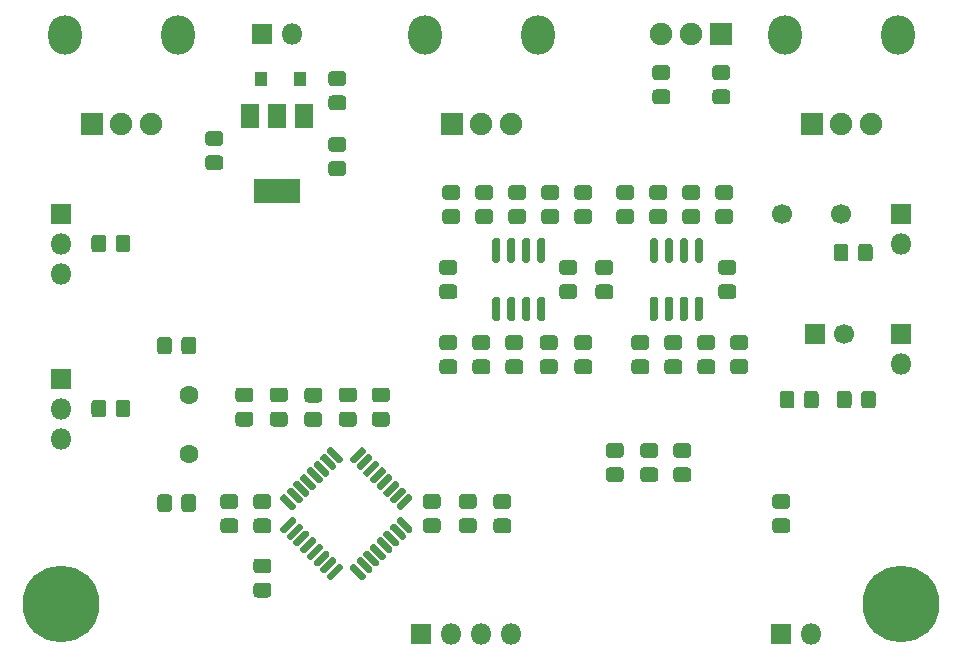
<source format=gbr>
%TF.GenerationSoftware,KiCad,Pcbnew,5.1.6-c6e7f7d~87~ubuntu18.04.1*%
%TF.CreationDate,2020-07-29T17:40:00-04:00*%
%TF.ProjectId,bit_crusher_pedal,6269745f-6372-4757-9368-65725f706564,rev?*%
%TF.SameCoordinates,Original*%
%TF.FileFunction,Soldermask,Bot*%
%TF.FilePolarity,Negative*%
%FSLAX46Y46*%
G04 Gerber Fmt 4.6, Leading zero omitted, Abs format (unit mm)*
G04 Created by KiCad (PCBNEW 5.1.6-c6e7f7d~87~ubuntu18.04.1) date 2020-07-29 17:40:00*
%MOMM*%
%LPD*%
G01*
G04 APERTURE LIST*
%ADD10O,1.800000X1.800000*%
%ADD11R,1.800000X1.800000*%
%ADD12C,0.900000*%
%ADD13C,6.500000*%
%ADD14C,1.600000*%
%ADD15R,1.600000X2.100000*%
%ADD16R,3.900000X2.100000*%
%ADD17O,2.820000X3.340000*%
%ADD18C,1.900000*%
%ADD19R,1.900000X1.900000*%
%ADD20R,1.000000X1.300000*%
%ADD21C,1.700000*%
%ADD22R,1.700000X1.700000*%
G04 APERTURE END LIST*
%TO.C,R23*%
G36*
G01*
X142718262Y-98660000D02*
X141761738Y-98660000D01*
G75*
G02*
X141490000Y-98388262I0J271738D01*
G01*
X141490000Y-97681738D01*
G75*
G02*
X141761738Y-97410000I271738J0D01*
G01*
X142718262Y-97410000D01*
G75*
G02*
X142990000Y-97681738I0J-271738D01*
G01*
X142990000Y-98388262D01*
G75*
G02*
X142718262Y-98660000I-271738J0D01*
G01*
G37*
G36*
G01*
X142718262Y-100710000D02*
X141761738Y-100710000D01*
G75*
G02*
X141490000Y-100438262I0J271738D01*
G01*
X141490000Y-99731738D01*
G75*
G02*
X141761738Y-99460000I271738J0D01*
G01*
X142718262Y-99460000D01*
G75*
G02*
X142990000Y-99731738I0J-271738D01*
G01*
X142990000Y-100438262D01*
G75*
G02*
X142718262Y-100710000I-271738J0D01*
G01*
G37*
%TD*%
D10*
%TO.C,J7*%
X144780000Y-109220000D03*
D11*
X142240000Y-109220000D03*
%TD*%
D12*
%TO.C,H2*%
X154097056Y-104982944D03*
X152400000Y-104280000D03*
X150702944Y-104982944D03*
X150000000Y-106680000D03*
X150702944Y-108377056D03*
X152400000Y-109080000D03*
X154097056Y-108377056D03*
X154800000Y-106680000D03*
D13*
X152400000Y-106680000D03*
%TD*%
D12*
%TO.C,H1*%
X82977056Y-104982944D03*
X81280000Y-104280000D03*
X79582944Y-104982944D03*
X78880000Y-106680000D03*
X79582944Y-108377056D03*
X81280000Y-109080000D03*
X82977056Y-108377056D03*
X83680000Y-106680000D03*
D13*
X81280000Y-106680000D03*
%TD*%
D14*
%TO.C,X1*%
X92075000Y-88980000D03*
X92075000Y-93980000D03*
%TD*%
D15*
%TO.C,U4*%
X97268000Y-65405000D03*
X101868000Y-65405000D03*
X99568000Y-65405000D03*
D16*
X99568000Y-71705000D03*
%TD*%
%TO.C,U3*%
G36*
G01*
X99806179Y-100279759D02*
X100725417Y-99360521D01*
G75*
G02*
X100937549Y-99360521I106066J-106066D01*
G01*
X101149681Y-99572653D01*
G75*
G02*
X101149681Y-99784785I-106066J-106066D01*
G01*
X100230443Y-100704023D01*
G75*
G02*
X100018311Y-100704023I-106066J106066D01*
G01*
X99806179Y-100491891D01*
G75*
G02*
X99806179Y-100279759I106066J106066D01*
G01*
G37*
G36*
G01*
X100371865Y-100845444D02*
X101291103Y-99926206D01*
G75*
G02*
X101503235Y-99926206I106066J-106066D01*
G01*
X101715367Y-100138338D01*
G75*
G02*
X101715367Y-100350470I-106066J-106066D01*
G01*
X100796129Y-101269708D01*
G75*
G02*
X100583997Y-101269708I-106066J106066D01*
G01*
X100371865Y-101057576D01*
G75*
G02*
X100371865Y-100845444I106066J106066D01*
G01*
G37*
G36*
G01*
X100937550Y-101411130D02*
X101856788Y-100491892D01*
G75*
G02*
X102068920Y-100491892I106066J-106066D01*
G01*
X102281052Y-100704024D01*
G75*
G02*
X102281052Y-100916156I-106066J-106066D01*
G01*
X101361814Y-101835394D01*
G75*
G02*
X101149682Y-101835394I-106066J106066D01*
G01*
X100937550Y-101623262D01*
G75*
G02*
X100937550Y-101411130I106066J106066D01*
G01*
G37*
G36*
G01*
X101503235Y-101976815D02*
X102422473Y-101057577D01*
G75*
G02*
X102634605Y-101057577I106066J-106066D01*
G01*
X102846737Y-101269709D01*
G75*
G02*
X102846737Y-101481841I-106066J-106066D01*
G01*
X101927499Y-102401079D01*
G75*
G02*
X101715367Y-102401079I-106066J106066D01*
G01*
X101503235Y-102188947D01*
G75*
G02*
X101503235Y-101976815I106066J106066D01*
G01*
G37*
G36*
G01*
X102068921Y-102542501D02*
X102988159Y-101623263D01*
G75*
G02*
X103200291Y-101623263I106066J-106066D01*
G01*
X103412423Y-101835395D01*
G75*
G02*
X103412423Y-102047527I-106066J-106066D01*
G01*
X102493185Y-102966765D01*
G75*
G02*
X102281053Y-102966765I-106066J106066D01*
G01*
X102068921Y-102754633D01*
G75*
G02*
X102068921Y-102542501I106066J106066D01*
G01*
G37*
G36*
G01*
X102634606Y-103108186D02*
X103553844Y-102188948D01*
G75*
G02*
X103765976Y-102188948I106066J-106066D01*
G01*
X103978108Y-102401080D01*
G75*
G02*
X103978108Y-102613212I-106066J-106066D01*
G01*
X103058870Y-103532450D01*
G75*
G02*
X102846738Y-103532450I-106066J106066D01*
G01*
X102634606Y-103320318D01*
G75*
G02*
X102634606Y-103108186I106066J106066D01*
G01*
G37*
G36*
G01*
X103200292Y-103673871D02*
X104119530Y-102754633D01*
G75*
G02*
X104331662Y-102754633I106066J-106066D01*
G01*
X104543794Y-102966765D01*
G75*
G02*
X104543794Y-103178897I-106066J-106066D01*
G01*
X103624556Y-104098135D01*
G75*
G02*
X103412424Y-104098135I-106066J106066D01*
G01*
X103200292Y-103886003D01*
G75*
G02*
X103200292Y-103673871I106066J106066D01*
G01*
G37*
G36*
G01*
X103765977Y-104239557D02*
X104685215Y-103320319D01*
G75*
G02*
X104897347Y-103320319I106066J-106066D01*
G01*
X105109479Y-103532451D01*
G75*
G02*
X105109479Y-103744583I-106066J-106066D01*
G01*
X104190241Y-104663821D01*
G75*
G02*
X103978109Y-104663821I-106066J106066D01*
G01*
X103765977Y-104451689D01*
G75*
G02*
X103765977Y-104239557I106066J106066D01*
G01*
G37*
G36*
G01*
X105710521Y-103532451D02*
X105922653Y-103320319D01*
G75*
G02*
X106134785Y-103320319I106066J-106066D01*
G01*
X107054023Y-104239557D01*
G75*
G02*
X107054023Y-104451689I-106066J-106066D01*
G01*
X106841891Y-104663821D01*
G75*
G02*
X106629759Y-104663821I-106066J106066D01*
G01*
X105710521Y-103744583D01*
G75*
G02*
X105710521Y-103532451I106066J106066D01*
G01*
G37*
G36*
G01*
X106276206Y-102966765D02*
X106488338Y-102754633D01*
G75*
G02*
X106700470Y-102754633I106066J-106066D01*
G01*
X107619708Y-103673871D01*
G75*
G02*
X107619708Y-103886003I-106066J-106066D01*
G01*
X107407576Y-104098135D01*
G75*
G02*
X107195444Y-104098135I-106066J106066D01*
G01*
X106276206Y-103178897D01*
G75*
G02*
X106276206Y-102966765I106066J106066D01*
G01*
G37*
G36*
G01*
X106841892Y-102401080D02*
X107054024Y-102188948D01*
G75*
G02*
X107266156Y-102188948I106066J-106066D01*
G01*
X108185394Y-103108186D01*
G75*
G02*
X108185394Y-103320318I-106066J-106066D01*
G01*
X107973262Y-103532450D01*
G75*
G02*
X107761130Y-103532450I-106066J106066D01*
G01*
X106841892Y-102613212D01*
G75*
G02*
X106841892Y-102401080I106066J106066D01*
G01*
G37*
G36*
G01*
X107407577Y-101835395D02*
X107619709Y-101623263D01*
G75*
G02*
X107831841Y-101623263I106066J-106066D01*
G01*
X108751079Y-102542501D01*
G75*
G02*
X108751079Y-102754633I-106066J-106066D01*
G01*
X108538947Y-102966765D01*
G75*
G02*
X108326815Y-102966765I-106066J106066D01*
G01*
X107407577Y-102047527D01*
G75*
G02*
X107407577Y-101835395I106066J106066D01*
G01*
G37*
G36*
G01*
X107973263Y-101269709D02*
X108185395Y-101057577D01*
G75*
G02*
X108397527Y-101057577I106066J-106066D01*
G01*
X109316765Y-101976815D01*
G75*
G02*
X109316765Y-102188947I-106066J-106066D01*
G01*
X109104633Y-102401079D01*
G75*
G02*
X108892501Y-102401079I-106066J106066D01*
G01*
X107973263Y-101481841D01*
G75*
G02*
X107973263Y-101269709I106066J106066D01*
G01*
G37*
G36*
G01*
X108538948Y-100704024D02*
X108751080Y-100491892D01*
G75*
G02*
X108963212Y-100491892I106066J-106066D01*
G01*
X109882450Y-101411130D01*
G75*
G02*
X109882450Y-101623262I-106066J-106066D01*
G01*
X109670318Y-101835394D01*
G75*
G02*
X109458186Y-101835394I-106066J106066D01*
G01*
X108538948Y-100916156D01*
G75*
G02*
X108538948Y-100704024I106066J106066D01*
G01*
G37*
G36*
G01*
X109104633Y-100138338D02*
X109316765Y-99926206D01*
G75*
G02*
X109528897Y-99926206I106066J-106066D01*
G01*
X110448135Y-100845444D01*
G75*
G02*
X110448135Y-101057576I-106066J-106066D01*
G01*
X110236003Y-101269708D01*
G75*
G02*
X110023871Y-101269708I-106066J106066D01*
G01*
X109104633Y-100350470D01*
G75*
G02*
X109104633Y-100138338I106066J106066D01*
G01*
G37*
G36*
G01*
X109670319Y-99572653D02*
X109882451Y-99360521D01*
G75*
G02*
X110094583Y-99360521I106066J-106066D01*
G01*
X111013821Y-100279759D01*
G75*
G02*
X111013821Y-100491891I-106066J-106066D01*
G01*
X110801689Y-100704023D01*
G75*
G02*
X110589557Y-100704023I-106066J106066D01*
G01*
X109670319Y-99784785D01*
G75*
G02*
X109670319Y-99572653I106066J106066D01*
G01*
G37*
G36*
G01*
X109670319Y-98335215D02*
X110589557Y-97415977D01*
G75*
G02*
X110801689Y-97415977I106066J-106066D01*
G01*
X111013821Y-97628109D01*
G75*
G02*
X111013821Y-97840241I-106066J-106066D01*
G01*
X110094583Y-98759479D01*
G75*
G02*
X109882451Y-98759479I-106066J106066D01*
G01*
X109670319Y-98547347D01*
G75*
G02*
X109670319Y-98335215I106066J106066D01*
G01*
G37*
G36*
G01*
X109104633Y-97769530D02*
X110023871Y-96850292D01*
G75*
G02*
X110236003Y-96850292I106066J-106066D01*
G01*
X110448135Y-97062424D01*
G75*
G02*
X110448135Y-97274556I-106066J-106066D01*
G01*
X109528897Y-98193794D01*
G75*
G02*
X109316765Y-98193794I-106066J106066D01*
G01*
X109104633Y-97981662D01*
G75*
G02*
X109104633Y-97769530I106066J106066D01*
G01*
G37*
G36*
G01*
X108538948Y-97203844D02*
X109458186Y-96284606D01*
G75*
G02*
X109670318Y-96284606I106066J-106066D01*
G01*
X109882450Y-96496738D01*
G75*
G02*
X109882450Y-96708870I-106066J-106066D01*
G01*
X108963212Y-97628108D01*
G75*
G02*
X108751080Y-97628108I-106066J106066D01*
G01*
X108538948Y-97415976D01*
G75*
G02*
X108538948Y-97203844I106066J106066D01*
G01*
G37*
G36*
G01*
X107973263Y-96638159D02*
X108892501Y-95718921D01*
G75*
G02*
X109104633Y-95718921I106066J-106066D01*
G01*
X109316765Y-95931053D01*
G75*
G02*
X109316765Y-96143185I-106066J-106066D01*
G01*
X108397527Y-97062423D01*
G75*
G02*
X108185395Y-97062423I-106066J106066D01*
G01*
X107973263Y-96850291D01*
G75*
G02*
X107973263Y-96638159I106066J106066D01*
G01*
G37*
G36*
G01*
X107407577Y-96072473D02*
X108326815Y-95153235D01*
G75*
G02*
X108538947Y-95153235I106066J-106066D01*
G01*
X108751079Y-95365367D01*
G75*
G02*
X108751079Y-95577499I-106066J-106066D01*
G01*
X107831841Y-96496737D01*
G75*
G02*
X107619709Y-96496737I-106066J106066D01*
G01*
X107407577Y-96284605D01*
G75*
G02*
X107407577Y-96072473I106066J106066D01*
G01*
G37*
G36*
G01*
X106841892Y-95506788D02*
X107761130Y-94587550D01*
G75*
G02*
X107973262Y-94587550I106066J-106066D01*
G01*
X108185394Y-94799682D01*
G75*
G02*
X108185394Y-95011814I-106066J-106066D01*
G01*
X107266156Y-95931052D01*
G75*
G02*
X107054024Y-95931052I-106066J106066D01*
G01*
X106841892Y-95718920D01*
G75*
G02*
X106841892Y-95506788I106066J106066D01*
G01*
G37*
G36*
G01*
X106276206Y-94941103D02*
X107195444Y-94021865D01*
G75*
G02*
X107407576Y-94021865I106066J-106066D01*
G01*
X107619708Y-94233997D01*
G75*
G02*
X107619708Y-94446129I-106066J-106066D01*
G01*
X106700470Y-95365367D01*
G75*
G02*
X106488338Y-95365367I-106066J106066D01*
G01*
X106276206Y-95153235D01*
G75*
G02*
X106276206Y-94941103I106066J106066D01*
G01*
G37*
G36*
G01*
X105710521Y-94375417D02*
X106629759Y-93456179D01*
G75*
G02*
X106841891Y-93456179I106066J-106066D01*
G01*
X107054023Y-93668311D01*
G75*
G02*
X107054023Y-93880443I-106066J-106066D01*
G01*
X106134785Y-94799681D01*
G75*
G02*
X105922653Y-94799681I-106066J106066D01*
G01*
X105710521Y-94587549D01*
G75*
G02*
X105710521Y-94375417I106066J106066D01*
G01*
G37*
G36*
G01*
X103765977Y-93668311D02*
X103978109Y-93456179D01*
G75*
G02*
X104190241Y-93456179I106066J-106066D01*
G01*
X105109479Y-94375417D01*
G75*
G02*
X105109479Y-94587549I-106066J-106066D01*
G01*
X104897347Y-94799681D01*
G75*
G02*
X104685215Y-94799681I-106066J106066D01*
G01*
X103765977Y-93880443D01*
G75*
G02*
X103765977Y-93668311I106066J106066D01*
G01*
G37*
G36*
G01*
X103200292Y-94233997D02*
X103412424Y-94021865D01*
G75*
G02*
X103624556Y-94021865I106066J-106066D01*
G01*
X104543794Y-94941103D01*
G75*
G02*
X104543794Y-95153235I-106066J-106066D01*
G01*
X104331662Y-95365367D01*
G75*
G02*
X104119530Y-95365367I-106066J106066D01*
G01*
X103200292Y-94446129D01*
G75*
G02*
X103200292Y-94233997I106066J106066D01*
G01*
G37*
G36*
G01*
X102634606Y-94799682D02*
X102846738Y-94587550D01*
G75*
G02*
X103058870Y-94587550I106066J-106066D01*
G01*
X103978108Y-95506788D01*
G75*
G02*
X103978108Y-95718920I-106066J-106066D01*
G01*
X103765976Y-95931052D01*
G75*
G02*
X103553844Y-95931052I-106066J106066D01*
G01*
X102634606Y-95011814D01*
G75*
G02*
X102634606Y-94799682I106066J106066D01*
G01*
G37*
G36*
G01*
X102068921Y-95365367D02*
X102281053Y-95153235D01*
G75*
G02*
X102493185Y-95153235I106066J-106066D01*
G01*
X103412423Y-96072473D01*
G75*
G02*
X103412423Y-96284605I-106066J-106066D01*
G01*
X103200291Y-96496737D01*
G75*
G02*
X102988159Y-96496737I-106066J106066D01*
G01*
X102068921Y-95577499D01*
G75*
G02*
X102068921Y-95365367I106066J106066D01*
G01*
G37*
G36*
G01*
X101503235Y-95931053D02*
X101715367Y-95718921D01*
G75*
G02*
X101927499Y-95718921I106066J-106066D01*
G01*
X102846737Y-96638159D01*
G75*
G02*
X102846737Y-96850291I-106066J-106066D01*
G01*
X102634605Y-97062423D01*
G75*
G02*
X102422473Y-97062423I-106066J106066D01*
G01*
X101503235Y-96143185D01*
G75*
G02*
X101503235Y-95931053I106066J106066D01*
G01*
G37*
G36*
G01*
X100937550Y-96496738D02*
X101149682Y-96284606D01*
G75*
G02*
X101361814Y-96284606I106066J-106066D01*
G01*
X102281052Y-97203844D01*
G75*
G02*
X102281052Y-97415976I-106066J-106066D01*
G01*
X102068920Y-97628108D01*
G75*
G02*
X101856788Y-97628108I-106066J106066D01*
G01*
X100937550Y-96708870D01*
G75*
G02*
X100937550Y-96496738I106066J106066D01*
G01*
G37*
G36*
G01*
X100371865Y-97062424D02*
X100583997Y-96850292D01*
G75*
G02*
X100796129Y-96850292I106066J-106066D01*
G01*
X101715367Y-97769530D01*
G75*
G02*
X101715367Y-97981662I-106066J-106066D01*
G01*
X101503235Y-98193794D01*
G75*
G02*
X101291103Y-98193794I-106066J106066D01*
G01*
X100371865Y-97274556D01*
G75*
G02*
X100371865Y-97062424I106066J106066D01*
G01*
G37*
G36*
G01*
X99806179Y-97628109D02*
X100018311Y-97415977D01*
G75*
G02*
X100230443Y-97415977I106066J-106066D01*
G01*
X101149681Y-98335215D01*
G75*
G02*
X101149681Y-98547347I-106066J-106066D01*
G01*
X100937549Y-98759479D01*
G75*
G02*
X100725417Y-98759479I-106066J106066D01*
G01*
X99806179Y-97840241D01*
G75*
G02*
X99806179Y-97628109I106066J106066D01*
G01*
G37*
%TD*%
%TO.C,U2*%
G36*
G01*
X117935000Y-80698000D02*
X118285000Y-80698000D01*
G75*
G02*
X118460000Y-80873000I0J-175000D01*
G01*
X118460000Y-82573000D01*
G75*
G02*
X118285000Y-82748000I-175000J0D01*
G01*
X117935000Y-82748000D01*
G75*
G02*
X117760000Y-82573000I0J175000D01*
G01*
X117760000Y-80873000D01*
G75*
G02*
X117935000Y-80698000I175000J0D01*
G01*
G37*
G36*
G01*
X119205000Y-80698000D02*
X119555000Y-80698000D01*
G75*
G02*
X119730000Y-80873000I0J-175000D01*
G01*
X119730000Y-82573000D01*
G75*
G02*
X119555000Y-82748000I-175000J0D01*
G01*
X119205000Y-82748000D01*
G75*
G02*
X119030000Y-82573000I0J175000D01*
G01*
X119030000Y-80873000D01*
G75*
G02*
X119205000Y-80698000I175000J0D01*
G01*
G37*
G36*
G01*
X120475000Y-80698000D02*
X120825000Y-80698000D01*
G75*
G02*
X121000000Y-80873000I0J-175000D01*
G01*
X121000000Y-82573000D01*
G75*
G02*
X120825000Y-82748000I-175000J0D01*
G01*
X120475000Y-82748000D01*
G75*
G02*
X120300000Y-82573000I0J175000D01*
G01*
X120300000Y-80873000D01*
G75*
G02*
X120475000Y-80698000I175000J0D01*
G01*
G37*
G36*
G01*
X121745000Y-80698000D02*
X122095000Y-80698000D01*
G75*
G02*
X122270000Y-80873000I0J-175000D01*
G01*
X122270000Y-82573000D01*
G75*
G02*
X122095000Y-82748000I-175000J0D01*
G01*
X121745000Y-82748000D01*
G75*
G02*
X121570000Y-82573000I0J175000D01*
G01*
X121570000Y-80873000D01*
G75*
G02*
X121745000Y-80698000I175000J0D01*
G01*
G37*
G36*
G01*
X121745000Y-75748000D02*
X122095000Y-75748000D01*
G75*
G02*
X122270000Y-75923000I0J-175000D01*
G01*
X122270000Y-77623000D01*
G75*
G02*
X122095000Y-77798000I-175000J0D01*
G01*
X121745000Y-77798000D01*
G75*
G02*
X121570000Y-77623000I0J175000D01*
G01*
X121570000Y-75923000D01*
G75*
G02*
X121745000Y-75748000I175000J0D01*
G01*
G37*
G36*
G01*
X120475000Y-75748000D02*
X120825000Y-75748000D01*
G75*
G02*
X121000000Y-75923000I0J-175000D01*
G01*
X121000000Y-77623000D01*
G75*
G02*
X120825000Y-77798000I-175000J0D01*
G01*
X120475000Y-77798000D01*
G75*
G02*
X120300000Y-77623000I0J175000D01*
G01*
X120300000Y-75923000D01*
G75*
G02*
X120475000Y-75748000I175000J0D01*
G01*
G37*
G36*
G01*
X119205000Y-75748000D02*
X119555000Y-75748000D01*
G75*
G02*
X119730000Y-75923000I0J-175000D01*
G01*
X119730000Y-77623000D01*
G75*
G02*
X119555000Y-77798000I-175000J0D01*
G01*
X119205000Y-77798000D01*
G75*
G02*
X119030000Y-77623000I0J175000D01*
G01*
X119030000Y-75923000D01*
G75*
G02*
X119205000Y-75748000I175000J0D01*
G01*
G37*
G36*
G01*
X117935000Y-75748000D02*
X118285000Y-75748000D01*
G75*
G02*
X118460000Y-75923000I0J-175000D01*
G01*
X118460000Y-77623000D01*
G75*
G02*
X118285000Y-77798000I-175000J0D01*
G01*
X117935000Y-77798000D01*
G75*
G02*
X117760000Y-77623000I0J175000D01*
G01*
X117760000Y-75923000D01*
G75*
G02*
X117935000Y-75748000I175000J0D01*
G01*
G37*
%TD*%
%TO.C,U1*%
G36*
G01*
X131270000Y-80698000D02*
X131620000Y-80698000D01*
G75*
G02*
X131795000Y-80873000I0J-175000D01*
G01*
X131795000Y-82573000D01*
G75*
G02*
X131620000Y-82748000I-175000J0D01*
G01*
X131270000Y-82748000D01*
G75*
G02*
X131095000Y-82573000I0J175000D01*
G01*
X131095000Y-80873000D01*
G75*
G02*
X131270000Y-80698000I175000J0D01*
G01*
G37*
G36*
G01*
X132540000Y-80698000D02*
X132890000Y-80698000D01*
G75*
G02*
X133065000Y-80873000I0J-175000D01*
G01*
X133065000Y-82573000D01*
G75*
G02*
X132890000Y-82748000I-175000J0D01*
G01*
X132540000Y-82748000D01*
G75*
G02*
X132365000Y-82573000I0J175000D01*
G01*
X132365000Y-80873000D01*
G75*
G02*
X132540000Y-80698000I175000J0D01*
G01*
G37*
G36*
G01*
X133810000Y-80698000D02*
X134160000Y-80698000D01*
G75*
G02*
X134335000Y-80873000I0J-175000D01*
G01*
X134335000Y-82573000D01*
G75*
G02*
X134160000Y-82748000I-175000J0D01*
G01*
X133810000Y-82748000D01*
G75*
G02*
X133635000Y-82573000I0J175000D01*
G01*
X133635000Y-80873000D01*
G75*
G02*
X133810000Y-80698000I175000J0D01*
G01*
G37*
G36*
G01*
X135080000Y-80698000D02*
X135430000Y-80698000D01*
G75*
G02*
X135605000Y-80873000I0J-175000D01*
G01*
X135605000Y-82573000D01*
G75*
G02*
X135430000Y-82748000I-175000J0D01*
G01*
X135080000Y-82748000D01*
G75*
G02*
X134905000Y-82573000I0J175000D01*
G01*
X134905000Y-80873000D01*
G75*
G02*
X135080000Y-80698000I175000J0D01*
G01*
G37*
G36*
G01*
X135080000Y-75748000D02*
X135430000Y-75748000D01*
G75*
G02*
X135605000Y-75923000I0J-175000D01*
G01*
X135605000Y-77623000D01*
G75*
G02*
X135430000Y-77798000I-175000J0D01*
G01*
X135080000Y-77798000D01*
G75*
G02*
X134905000Y-77623000I0J175000D01*
G01*
X134905000Y-75923000D01*
G75*
G02*
X135080000Y-75748000I175000J0D01*
G01*
G37*
G36*
G01*
X133810000Y-75748000D02*
X134160000Y-75748000D01*
G75*
G02*
X134335000Y-75923000I0J-175000D01*
G01*
X134335000Y-77623000D01*
G75*
G02*
X134160000Y-77798000I-175000J0D01*
G01*
X133810000Y-77798000D01*
G75*
G02*
X133635000Y-77623000I0J175000D01*
G01*
X133635000Y-75923000D01*
G75*
G02*
X133810000Y-75748000I175000J0D01*
G01*
G37*
G36*
G01*
X132540000Y-75748000D02*
X132890000Y-75748000D01*
G75*
G02*
X133065000Y-75923000I0J-175000D01*
G01*
X133065000Y-77623000D01*
G75*
G02*
X132890000Y-77798000I-175000J0D01*
G01*
X132540000Y-77798000D01*
G75*
G02*
X132365000Y-77623000I0J175000D01*
G01*
X132365000Y-75923000D01*
G75*
G02*
X132540000Y-75748000I175000J0D01*
G01*
G37*
G36*
G01*
X131270000Y-75748000D02*
X131620000Y-75748000D01*
G75*
G02*
X131795000Y-75923000I0J-175000D01*
G01*
X131795000Y-77623000D01*
G75*
G02*
X131620000Y-77798000I-175000J0D01*
G01*
X131270000Y-77798000D01*
G75*
G02*
X131095000Y-77623000I0J175000D01*
G01*
X131095000Y-75923000D01*
G75*
G02*
X131270000Y-75748000I175000J0D01*
G01*
G37*
%TD*%
D17*
%TO.C,RV3*%
X112040000Y-58540000D03*
X121640000Y-58540000D03*
D18*
X119340000Y-66040000D03*
X116840000Y-66040000D03*
D19*
X114340000Y-66040000D03*
%TD*%
D17*
%TO.C,RV2*%
X81560000Y-58540000D03*
X91160000Y-58540000D03*
D18*
X88860000Y-66040000D03*
X86360000Y-66040000D03*
D19*
X83860000Y-66040000D03*
%TD*%
D17*
%TO.C,RV1*%
X142520000Y-58540000D03*
X152120000Y-58540000D03*
D18*
X149820000Y-66040000D03*
X147320000Y-66040000D03*
D19*
X144820000Y-66040000D03*
%TD*%
%TO.C,R22*%
G36*
G01*
X117318262Y-85207000D02*
X116361738Y-85207000D01*
G75*
G02*
X116090000Y-84935262I0J271738D01*
G01*
X116090000Y-84228738D01*
G75*
G02*
X116361738Y-83957000I271738J0D01*
G01*
X117318262Y-83957000D01*
G75*
G02*
X117590000Y-84228738I0J-271738D01*
G01*
X117590000Y-84935262D01*
G75*
G02*
X117318262Y-85207000I-271738J0D01*
G01*
G37*
G36*
G01*
X117318262Y-87257000D02*
X116361738Y-87257000D01*
G75*
G02*
X116090000Y-86985262I0J271738D01*
G01*
X116090000Y-86278738D01*
G75*
G02*
X116361738Y-86007000I271738J0D01*
G01*
X117318262Y-86007000D01*
G75*
G02*
X117590000Y-86278738I0J-271738D01*
G01*
X117590000Y-86985262D01*
G75*
G02*
X117318262Y-87257000I-271738J0D01*
G01*
G37*
%TD*%
%TO.C,R21*%
G36*
G01*
X122076738Y-86007000D02*
X123033262Y-86007000D01*
G75*
G02*
X123305000Y-86278738I0J-271738D01*
G01*
X123305000Y-86985262D01*
G75*
G02*
X123033262Y-87257000I-271738J0D01*
G01*
X122076738Y-87257000D01*
G75*
G02*
X121805000Y-86985262I0J271738D01*
G01*
X121805000Y-86278738D01*
G75*
G02*
X122076738Y-86007000I271738J0D01*
G01*
G37*
G36*
G01*
X122076738Y-83957000D02*
X123033262Y-83957000D01*
G75*
G02*
X123305000Y-84228738I0J-271738D01*
G01*
X123305000Y-84935262D01*
G75*
G02*
X123033262Y-85207000I-271738J0D01*
G01*
X122076738Y-85207000D01*
G75*
G02*
X121805000Y-84935262I0J271738D01*
G01*
X121805000Y-84228738D01*
G75*
G02*
X122076738Y-83957000I271738J0D01*
G01*
G37*
%TD*%
%TO.C,R20*%
G36*
G01*
X119155738Y-86007000D02*
X120112262Y-86007000D01*
G75*
G02*
X120384000Y-86278738I0J-271738D01*
G01*
X120384000Y-86985262D01*
G75*
G02*
X120112262Y-87257000I-271738J0D01*
G01*
X119155738Y-87257000D01*
G75*
G02*
X118884000Y-86985262I0J271738D01*
G01*
X118884000Y-86278738D01*
G75*
G02*
X119155738Y-86007000I271738J0D01*
G01*
G37*
G36*
G01*
X119155738Y-83957000D02*
X120112262Y-83957000D01*
G75*
G02*
X120384000Y-84228738I0J-271738D01*
G01*
X120384000Y-84935262D01*
G75*
G02*
X120112262Y-85207000I-271738J0D01*
G01*
X119155738Y-85207000D01*
G75*
G02*
X118884000Y-84935262I0J271738D01*
G01*
X118884000Y-84228738D01*
G75*
G02*
X119155738Y-83957000I271738J0D01*
G01*
G37*
%TD*%
%TO.C,R19*%
G36*
G01*
X85080000Y-89691738D02*
X85080000Y-90648262D01*
G75*
G02*
X84808262Y-90920000I-271738J0D01*
G01*
X84101738Y-90920000D01*
G75*
G02*
X83830000Y-90648262I0J271738D01*
G01*
X83830000Y-89691738D01*
G75*
G02*
X84101738Y-89420000I271738J0D01*
G01*
X84808262Y-89420000D01*
G75*
G02*
X85080000Y-89691738I0J-271738D01*
G01*
G37*
G36*
G01*
X87130000Y-89691738D02*
X87130000Y-90648262D01*
G75*
G02*
X86858262Y-90920000I-271738J0D01*
G01*
X86151738Y-90920000D01*
G75*
G02*
X85880000Y-90648262I0J271738D01*
G01*
X85880000Y-89691738D01*
G75*
G02*
X86151738Y-89420000I271738J0D01*
G01*
X86858262Y-89420000D01*
G75*
G02*
X87130000Y-89691738I0J-271738D01*
G01*
G37*
%TD*%
%TO.C,R18*%
G36*
G01*
X116615738Y-73289000D02*
X117572262Y-73289000D01*
G75*
G02*
X117844000Y-73560738I0J-271738D01*
G01*
X117844000Y-74267262D01*
G75*
G02*
X117572262Y-74539000I-271738J0D01*
G01*
X116615738Y-74539000D01*
G75*
G02*
X116344000Y-74267262I0J271738D01*
G01*
X116344000Y-73560738D01*
G75*
G02*
X116615738Y-73289000I271738J0D01*
G01*
G37*
G36*
G01*
X116615738Y-71239000D02*
X117572262Y-71239000D01*
G75*
G02*
X117844000Y-71510738I0J-271738D01*
G01*
X117844000Y-72217262D01*
G75*
G02*
X117572262Y-72489000I-271738J0D01*
G01*
X116615738Y-72489000D01*
G75*
G02*
X116344000Y-72217262I0J271738D01*
G01*
X116344000Y-71510738D01*
G75*
G02*
X116615738Y-71239000I271738J0D01*
G01*
G37*
%TD*%
%TO.C,R17*%
G36*
G01*
X123160262Y-72489000D02*
X122203738Y-72489000D01*
G75*
G02*
X121932000Y-72217262I0J271738D01*
G01*
X121932000Y-71510738D01*
G75*
G02*
X122203738Y-71239000I271738J0D01*
G01*
X123160262Y-71239000D01*
G75*
G02*
X123432000Y-71510738I0J-271738D01*
G01*
X123432000Y-72217262D01*
G75*
G02*
X123160262Y-72489000I-271738J0D01*
G01*
G37*
G36*
G01*
X123160262Y-74539000D02*
X122203738Y-74539000D01*
G75*
G02*
X121932000Y-74267262I0J271738D01*
G01*
X121932000Y-73560738D01*
G75*
G02*
X122203738Y-73289000I271738J0D01*
G01*
X123160262Y-73289000D01*
G75*
G02*
X123432000Y-73560738I0J-271738D01*
G01*
X123432000Y-74267262D01*
G75*
G02*
X123160262Y-74539000I-271738J0D01*
G01*
G37*
%TD*%
%TO.C,R16*%
G36*
G01*
X120366262Y-72489000D02*
X119409738Y-72489000D01*
G75*
G02*
X119138000Y-72217262I0J271738D01*
G01*
X119138000Y-71510738D01*
G75*
G02*
X119409738Y-71239000I271738J0D01*
G01*
X120366262Y-71239000D01*
G75*
G02*
X120638000Y-71510738I0J-271738D01*
G01*
X120638000Y-72217262D01*
G75*
G02*
X120366262Y-72489000I-271738J0D01*
G01*
G37*
G36*
G01*
X120366262Y-74539000D02*
X119409738Y-74539000D01*
G75*
G02*
X119138000Y-74267262I0J271738D01*
G01*
X119138000Y-73560738D01*
G75*
G02*
X119409738Y-73289000I271738J0D01*
G01*
X120366262Y-73289000D01*
G75*
G02*
X120638000Y-73560738I0J-271738D01*
G01*
X120638000Y-74267262D01*
G75*
G02*
X120366262Y-74539000I-271738J0D01*
G01*
G37*
%TD*%
%TO.C,R15*%
G36*
G01*
X85080000Y-75721738D02*
X85080000Y-76678262D01*
G75*
G02*
X84808262Y-76950000I-271738J0D01*
G01*
X84101738Y-76950000D01*
G75*
G02*
X83830000Y-76678262I0J271738D01*
G01*
X83830000Y-75721738D01*
G75*
G02*
X84101738Y-75450000I271738J0D01*
G01*
X84808262Y-75450000D01*
G75*
G02*
X85080000Y-75721738I0J-271738D01*
G01*
G37*
G36*
G01*
X87130000Y-75721738D02*
X87130000Y-76678262D01*
G75*
G02*
X86858262Y-76950000I-271738J0D01*
G01*
X86151738Y-76950000D01*
G75*
G02*
X85880000Y-76678262I0J271738D01*
G01*
X85880000Y-75721738D01*
G75*
G02*
X86151738Y-75450000I271738J0D01*
G01*
X86858262Y-75450000D01*
G75*
G02*
X87130000Y-75721738I0J-271738D01*
G01*
G37*
%TD*%
%TO.C,R14*%
G36*
G01*
X134336262Y-94342000D02*
X133379738Y-94342000D01*
G75*
G02*
X133108000Y-94070262I0J271738D01*
G01*
X133108000Y-93363738D01*
G75*
G02*
X133379738Y-93092000I271738J0D01*
G01*
X134336262Y-93092000D01*
G75*
G02*
X134608000Y-93363738I0J-271738D01*
G01*
X134608000Y-94070262D01*
G75*
G02*
X134336262Y-94342000I-271738J0D01*
G01*
G37*
G36*
G01*
X134336262Y-96392000D02*
X133379738Y-96392000D01*
G75*
G02*
X133108000Y-96120262I0J271738D01*
G01*
X133108000Y-95413738D01*
G75*
G02*
X133379738Y-95142000I271738J0D01*
G01*
X134336262Y-95142000D01*
G75*
G02*
X134608000Y-95413738I0J-271738D01*
G01*
X134608000Y-96120262D01*
G75*
G02*
X134336262Y-96392000I-271738J0D01*
G01*
G37*
%TD*%
%TO.C,R13*%
G36*
G01*
X127664738Y-95133000D02*
X128621262Y-95133000D01*
G75*
G02*
X128893000Y-95404738I0J-271738D01*
G01*
X128893000Y-96111262D01*
G75*
G02*
X128621262Y-96383000I-271738J0D01*
G01*
X127664738Y-96383000D01*
G75*
G02*
X127393000Y-96111262I0J271738D01*
G01*
X127393000Y-95404738D01*
G75*
G02*
X127664738Y-95133000I271738J0D01*
G01*
G37*
G36*
G01*
X127664738Y-93083000D02*
X128621262Y-93083000D01*
G75*
G02*
X128893000Y-93354738I0J-271738D01*
G01*
X128893000Y-94061262D01*
G75*
G02*
X128621262Y-94333000I-271738J0D01*
G01*
X127664738Y-94333000D01*
G75*
G02*
X127393000Y-94061262I0J271738D01*
G01*
X127393000Y-93354738D01*
G75*
G02*
X127664738Y-93083000I271738J0D01*
G01*
G37*
%TD*%
%TO.C,R12*%
G36*
G01*
X148190000Y-88929738D02*
X148190000Y-89886262D01*
G75*
G02*
X147918262Y-90158000I-271738J0D01*
G01*
X147211738Y-90158000D01*
G75*
G02*
X146940000Y-89886262I0J271738D01*
G01*
X146940000Y-88929738D01*
G75*
G02*
X147211738Y-88658000I271738J0D01*
G01*
X147918262Y-88658000D01*
G75*
G02*
X148190000Y-88929738I0J-271738D01*
G01*
G37*
G36*
G01*
X150240000Y-88929738D02*
X150240000Y-89886262D01*
G75*
G02*
X149968262Y-90158000I-271738J0D01*
G01*
X149261738Y-90158000D01*
G75*
G02*
X148990000Y-89886262I0J271738D01*
G01*
X148990000Y-88929738D01*
G75*
G02*
X149261738Y-88658000I271738J0D01*
G01*
X149968262Y-88658000D01*
G75*
G02*
X150240000Y-88929738I0J-271738D01*
G01*
G37*
%TD*%
%TO.C,R11*%
G36*
G01*
X143355000Y-88929738D02*
X143355000Y-89886262D01*
G75*
G02*
X143083262Y-90158000I-271738J0D01*
G01*
X142376738Y-90158000D01*
G75*
G02*
X142105000Y-89886262I0J271738D01*
G01*
X142105000Y-88929738D01*
G75*
G02*
X142376738Y-88658000I271738J0D01*
G01*
X143083262Y-88658000D01*
G75*
G02*
X143355000Y-88929738I0J-271738D01*
G01*
G37*
G36*
G01*
X145405000Y-88929738D02*
X145405000Y-89886262D01*
G75*
G02*
X145133262Y-90158000I-271738J0D01*
G01*
X144426738Y-90158000D01*
G75*
G02*
X144155000Y-89886262I0J271738D01*
G01*
X144155000Y-88929738D01*
G75*
G02*
X144426738Y-88658000I271738J0D01*
G01*
X145133262Y-88658000D01*
G75*
G02*
X145405000Y-88929738I0J-271738D01*
G01*
G37*
%TD*%
%TO.C,R10*%
G36*
G01*
X132617738Y-86007000D02*
X133574262Y-86007000D01*
G75*
G02*
X133846000Y-86278738I0J-271738D01*
G01*
X133846000Y-86985262D01*
G75*
G02*
X133574262Y-87257000I-271738J0D01*
G01*
X132617738Y-87257000D01*
G75*
G02*
X132346000Y-86985262I0J271738D01*
G01*
X132346000Y-86278738D01*
G75*
G02*
X132617738Y-86007000I271738J0D01*
G01*
G37*
G36*
G01*
X132617738Y-83957000D02*
X133574262Y-83957000D01*
G75*
G02*
X133846000Y-84228738I0J-271738D01*
G01*
X133846000Y-84935262D01*
G75*
G02*
X133574262Y-85207000I-271738J0D01*
G01*
X132617738Y-85207000D01*
G75*
G02*
X132346000Y-84935262I0J271738D01*
G01*
X132346000Y-84228738D01*
G75*
G02*
X132617738Y-83957000I271738J0D01*
G01*
G37*
%TD*%
%TO.C,R9*%
G36*
G01*
X138205738Y-85989000D02*
X139162262Y-85989000D01*
G75*
G02*
X139434000Y-86260738I0J-271738D01*
G01*
X139434000Y-86967262D01*
G75*
G02*
X139162262Y-87239000I-271738J0D01*
G01*
X138205738Y-87239000D01*
G75*
G02*
X137934000Y-86967262I0J271738D01*
G01*
X137934000Y-86260738D01*
G75*
G02*
X138205738Y-85989000I271738J0D01*
G01*
G37*
G36*
G01*
X138205738Y-83939000D02*
X139162262Y-83939000D01*
G75*
G02*
X139434000Y-84210738I0J-271738D01*
G01*
X139434000Y-84917262D01*
G75*
G02*
X139162262Y-85189000I-271738J0D01*
G01*
X138205738Y-85189000D01*
G75*
G02*
X137934000Y-84917262I0J271738D01*
G01*
X137934000Y-84210738D01*
G75*
G02*
X138205738Y-83939000I271738J0D01*
G01*
G37*
%TD*%
%TO.C,R8*%
G36*
G01*
X134141738Y-73289000D02*
X135098262Y-73289000D01*
G75*
G02*
X135370000Y-73560738I0J-271738D01*
G01*
X135370000Y-74267262D01*
G75*
G02*
X135098262Y-74539000I-271738J0D01*
G01*
X134141738Y-74539000D01*
G75*
G02*
X133870000Y-74267262I0J271738D01*
G01*
X133870000Y-73560738D01*
G75*
G02*
X134141738Y-73289000I271738J0D01*
G01*
G37*
G36*
G01*
X134141738Y-71239000D02*
X135098262Y-71239000D01*
G75*
G02*
X135370000Y-71510738I0J-271738D01*
G01*
X135370000Y-72217262D01*
G75*
G02*
X135098262Y-72489000I-271738J0D01*
G01*
X134141738Y-72489000D01*
G75*
G02*
X133870000Y-72217262I0J271738D01*
G01*
X133870000Y-71510738D01*
G75*
G02*
X134141738Y-71239000I271738J0D01*
G01*
G37*
%TD*%
%TO.C,R7*%
G36*
G01*
X132304262Y-72489000D02*
X131347738Y-72489000D01*
G75*
G02*
X131076000Y-72217262I0J271738D01*
G01*
X131076000Y-71510738D01*
G75*
G02*
X131347738Y-71239000I271738J0D01*
G01*
X132304262Y-71239000D01*
G75*
G02*
X132576000Y-71510738I0J-271738D01*
G01*
X132576000Y-72217262D01*
G75*
G02*
X132304262Y-72489000I-271738J0D01*
G01*
G37*
G36*
G01*
X132304262Y-74539000D02*
X131347738Y-74539000D01*
G75*
G02*
X131076000Y-74267262I0J271738D01*
G01*
X131076000Y-73560738D01*
G75*
G02*
X131347738Y-73289000I271738J0D01*
G01*
X132304262Y-73289000D01*
G75*
G02*
X132576000Y-73560738I0J-271738D01*
G01*
X132576000Y-74267262D01*
G75*
G02*
X132304262Y-74539000I-271738J0D01*
G01*
G37*
%TD*%
%TO.C,R6*%
G36*
G01*
X129510262Y-72489000D02*
X128553738Y-72489000D01*
G75*
G02*
X128282000Y-72217262I0J271738D01*
G01*
X128282000Y-71510738D01*
G75*
G02*
X128553738Y-71239000I271738J0D01*
G01*
X129510262Y-71239000D01*
G75*
G02*
X129782000Y-71510738I0J-271738D01*
G01*
X129782000Y-72217262D01*
G75*
G02*
X129510262Y-72489000I-271738J0D01*
G01*
G37*
G36*
G01*
X129510262Y-74539000D02*
X128553738Y-74539000D01*
G75*
G02*
X128282000Y-74267262I0J271738D01*
G01*
X128282000Y-73560738D01*
G75*
G02*
X128553738Y-73289000I271738J0D01*
G01*
X129510262Y-73289000D01*
G75*
G02*
X129782000Y-73560738I0J-271738D01*
G01*
X129782000Y-74267262D01*
G75*
G02*
X129510262Y-74539000I-271738J0D01*
G01*
G37*
%TD*%
%TO.C,R5*%
G36*
G01*
X147927000Y-76483738D02*
X147927000Y-77440262D01*
G75*
G02*
X147655262Y-77712000I-271738J0D01*
G01*
X146948738Y-77712000D01*
G75*
G02*
X146677000Y-77440262I0J271738D01*
G01*
X146677000Y-76483738D01*
G75*
G02*
X146948738Y-76212000I271738J0D01*
G01*
X147655262Y-76212000D01*
G75*
G02*
X147927000Y-76483738I0J-271738D01*
G01*
G37*
G36*
G01*
X149977000Y-76483738D02*
X149977000Y-77440262D01*
G75*
G02*
X149705262Y-77712000I-271738J0D01*
G01*
X148998738Y-77712000D01*
G75*
G02*
X148727000Y-77440262I0J271738D01*
G01*
X148727000Y-76483738D01*
G75*
G02*
X148998738Y-76212000I271738J0D01*
G01*
X149705262Y-76212000D01*
G75*
G02*
X149977000Y-76483738I0J-271738D01*
G01*
G37*
%TD*%
%TO.C,R4*%
G36*
G01*
X97819738Y-104912000D02*
X98776262Y-104912000D01*
G75*
G02*
X99048000Y-105183738I0J-271738D01*
G01*
X99048000Y-105890262D01*
G75*
G02*
X98776262Y-106162000I-271738J0D01*
G01*
X97819738Y-106162000D01*
G75*
G02*
X97548000Y-105890262I0J271738D01*
G01*
X97548000Y-105183738D01*
G75*
G02*
X97819738Y-104912000I271738J0D01*
G01*
G37*
G36*
G01*
X97819738Y-102862000D02*
X98776262Y-102862000D01*
G75*
G02*
X99048000Y-103133738I0J-271738D01*
G01*
X99048000Y-103840262D01*
G75*
G02*
X98776262Y-104112000I-271738J0D01*
G01*
X97819738Y-104112000D01*
G75*
G02*
X97548000Y-103840262I0J271738D01*
G01*
X97548000Y-103133738D01*
G75*
G02*
X97819738Y-102862000I271738J0D01*
G01*
G37*
%TD*%
%TO.C,R3*%
G36*
G01*
X131601738Y-63147000D02*
X132558262Y-63147000D01*
G75*
G02*
X132830000Y-63418738I0J-271738D01*
G01*
X132830000Y-64125262D01*
G75*
G02*
X132558262Y-64397000I-271738J0D01*
G01*
X131601738Y-64397000D01*
G75*
G02*
X131330000Y-64125262I0J271738D01*
G01*
X131330000Y-63418738D01*
G75*
G02*
X131601738Y-63147000I271738J0D01*
G01*
G37*
G36*
G01*
X131601738Y-61097000D02*
X132558262Y-61097000D01*
G75*
G02*
X132830000Y-61368738I0J-271738D01*
G01*
X132830000Y-62075262D01*
G75*
G02*
X132558262Y-62347000I-271738J0D01*
G01*
X131601738Y-62347000D01*
G75*
G02*
X131330000Y-62075262I0J271738D01*
G01*
X131330000Y-61368738D01*
G75*
G02*
X131601738Y-61097000I271738J0D01*
G01*
G37*
%TD*%
%TO.C,R2*%
G36*
G01*
X136681738Y-63147000D02*
X137638262Y-63147000D01*
G75*
G02*
X137910000Y-63418738I0J-271738D01*
G01*
X137910000Y-64125262D01*
G75*
G02*
X137638262Y-64397000I-271738J0D01*
G01*
X136681738Y-64397000D01*
G75*
G02*
X136410000Y-64125262I0J271738D01*
G01*
X136410000Y-63418738D01*
G75*
G02*
X136681738Y-63147000I271738J0D01*
G01*
G37*
G36*
G01*
X136681738Y-61097000D02*
X137638262Y-61097000D01*
G75*
G02*
X137910000Y-61368738I0J-271738D01*
G01*
X137910000Y-62075262D01*
G75*
G02*
X137638262Y-62347000I-271738J0D01*
G01*
X136681738Y-62347000D01*
G75*
G02*
X136410000Y-62075262I0J271738D01*
G01*
X136410000Y-61368738D01*
G75*
G02*
X136681738Y-61097000I271738J0D01*
G01*
G37*
%TD*%
%TO.C,R1*%
G36*
G01*
X97252262Y-89634000D02*
X96295738Y-89634000D01*
G75*
G02*
X96024000Y-89362262I0J271738D01*
G01*
X96024000Y-88655738D01*
G75*
G02*
X96295738Y-88384000I271738J0D01*
G01*
X97252262Y-88384000D01*
G75*
G02*
X97524000Y-88655738I0J-271738D01*
G01*
X97524000Y-89362262D01*
G75*
G02*
X97252262Y-89634000I-271738J0D01*
G01*
G37*
G36*
G01*
X97252262Y-91684000D02*
X96295738Y-91684000D01*
G75*
G02*
X96024000Y-91412262I0J271738D01*
G01*
X96024000Y-90705738D01*
G75*
G02*
X96295738Y-90434000I271738J0D01*
G01*
X97252262Y-90434000D01*
G75*
G02*
X97524000Y-90705738I0J-271738D01*
G01*
X97524000Y-91412262D01*
G75*
G02*
X97252262Y-91684000I-271738J0D01*
G01*
G37*
%TD*%
D10*
%TO.C,J6*%
X81280000Y-92710000D03*
X81280000Y-90170000D03*
D11*
X81280000Y-87630000D03*
%TD*%
D10*
%TO.C,J5*%
X81280000Y-78740000D03*
X81280000Y-76200000D03*
D11*
X81280000Y-73660000D03*
%TD*%
D10*
%TO.C,J4*%
X100838000Y-58420000D03*
D11*
X98298000Y-58420000D03*
%TD*%
D10*
%TO.C,J3*%
X119380000Y-109220000D03*
X116840000Y-109220000D03*
X114300000Y-109220000D03*
D11*
X111760000Y-109220000D03*
%TD*%
D10*
%TO.C,J2*%
X152400000Y-86360000D03*
D11*
X152400000Y-83820000D03*
%TD*%
D10*
%TO.C,J1*%
X152400000Y-76200000D03*
D11*
X152400000Y-73660000D03*
%TD*%
%TO.C,FB2*%
G36*
G01*
X105126262Y-62855000D02*
X104169738Y-62855000D01*
G75*
G02*
X103898000Y-62583262I0J271738D01*
G01*
X103898000Y-61876738D01*
G75*
G02*
X104169738Y-61605000I271738J0D01*
G01*
X105126262Y-61605000D01*
G75*
G02*
X105398000Y-61876738I0J-271738D01*
G01*
X105398000Y-62583262D01*
G75*
G02*
X105126262Y-62855000I-271738J0D01*
G01*
G37*
G36*
G01*
X105126262Y-64905000D02*
X104169738Y-64905000D01*
G75*
G02*
X103898000Y-64633262I0J271738D01*
G01*
X103898000Y-63926738D01*
G75*
G02*
X104169738Y-63655000I271738J0D01*
G01*
X105126262Y-63655000D01*
G75*
G02*
X105398000Y-63926738I0J-271738D01*
G01*
X105398000Y-64633262D01*
G75*
G02*
X105126262Y-64905000I-271738J0D01*
G01*
G37*
%TD*%
%TO.C,FB1*%
G36*
G01*
X108809262Y-89634000D02*
X107852738Y-89634000D01*
G75*
G02*
X107581000Y-89362262I0J271738D01*
G01*
X107581000Y-88655738D01*
G75*
G02*
X107852738Y-88384000I271738J0D01*
G01*
X108809262Y-88384000D01*
G75*
G02*
X109081000Y-88655738I0J-271738D01*
G01*
X109081000Y-89362262D01*
G75*
G02*
X108809262Y-89634000I-271738J0D01*
G01*
G37*
G36*
G01*
X108809262Y-91684000D02*
X107852738Y-91684000D01*
G75*
G02*
X107581000Y-91412262I0J271738D01*
G01*
X107581000Y-90705738D01*
G75*
G02*
X107852738Y-90434000I271738J0D01*
G01*
X108809262Y-90434000D01*
G75*
G02*
X109081000Y-90705738I0J-271738D01*
G01*
X109081000Y-91412262D01*
G75*
G02*
X108809262Y-91684000I-271738J0D01*
G01*
G37*
%TD*%
D20*
%TO.C,D2*%
X98173000Y-62230000D03*
X101473000Y-62230000D03*
%TD*%
D18*
%TO.C,D1*%
X132080000Y-58420000D03*
X134620000Y-58420000D03*
D19*
X137160000Y-58420000D03*
%TD*%
%TO.C,C26*%
G36*
G01*
X114524262Y-85207000D02*
X113567738Y-85207000D01*
G75*
G02*
X113296000Y-84935262I0J271738D01*
G01*
X113296000Y-84228738D01*
G75*
G02*
X113567738Y-83957000I271738J0D01*
G01*
X114524262Y-83957000D01*
G75*
G02*
X114796000Y-84228738I0J-271738D01*
G01*
X114796000Y-84935262D01*
G75*
G02*
X114524262Y-85207000I-271738J0D01*
G01*
G37*
G36*
G01*
X114524262Y-87257000D02*
X113567738Y-87257000D01*
G75*
G02*
X113296000Y-86985262I0J271738D01*
G01*
X113296000Y-86278738D01*
G75*
G02*
X113567738Y-86007000I271738J0D01*
G01*
X114524262Y-86007000D01*
G75*
G02*
X114796000Y-86278738I0J-271738D01*
G01*
X114796000Y-86985262D01*
G75*
G02*
X114524262Y-87257000I-271738J0D01*
G01*
G37*
%TD*%
%TO.C,C25*%
G36*
G01*
X125954262Y-85207000D02*
X124997738Y-85207000D01*
G75*
G02*
X124726000Y-84935262I0J271738D01*
G01*
X124726000Y-84228738D01*
G75*
G02*
X124997738Y-83957000I271738J0D01*
G01*
X125954262Y-83957000D01*
G75*
G02*
X126226000Y-84228738I0J-271738D01*
G01*
X126226000Y-84935262D01*
G75*
G02*
X125954262Y-85207000I-271738J0D01*
G01*
G37*
G36*
G01*
X125954262Y-87257000D02*
X124997738Y-87257000D01*
G75*
G02*
X124726000Y-86985262I0J271738D01*
G01*
X124726000Y-86278738D01*
G75*
G02*
X124997738Y-86007000I271738J0D01*
G01*
X125954262Y-86007000D01*
G75*
G02*
X126226000Y-86278738I0J-271738D01*
G01*
X126226000Y-86985262D01*
G75*
G02*
X125954262Y-87257000I-271738J0D01*
G01*
G37*
%TD*%
%TO.C,C24*%
G36*
G01*
X113821738Y-73289000D02*
X114778262Y-73289000D01*
G75*
G02*
X115050000Y-73560738I0J-271738D01*
G01*
X115050000Y-74267262D01*
G75*
G02*
X114778262Y-74539000I-271738J0D01*
G01*
X113821738Y-74539000D01*
G75*
G02*
X113550000Y-74267262I0J271738D01*
G01*
X113550000Y-73560738D01*
G75*
G02*
X113821738Y-73289000I271738J0D01*
G01*
G37*
G36*
G01*
X113821738Y-71239000D02*
X114778262Y-71239000D01*
G75*
G02*
X115050000Y-71510738I0J-271738D01*
G01*
X115050000Y-72217262D01*
G75*
G02*
X114778262Y-72489000I-271738J0D01*
G01*
X113821738Y-72489000D01*
G75*
G02*
X113550000Y-72217262I0J271738D01*
G01*
X113550000Y-71510738D01*
G75*
G02*
X113821738Y-71239000I271738J0D01*
G01*
G37*
%TD*%
%TO.C,C23*%
G36*
G01*
X124997738Y-73289000D02*
X125954262Y-73289000D01*
G75*
G02*
X126226000Y-73560738I0J-271738D01*
G01*
X126226000Y-74267262D01*
G75*
G02*
X125954262Y-74539000I-271738J0D01*
G01*
X124997738Y-74539000D01*
G75*
G02*
X124726000Y-74267262I0J271738D01*
G01*
X124726000Y-73560738D01*
G75*
G02*
X124997738Y-73289000I271738J0D01*
G01*
G37*
G36*
G01*
X124997738Y-71239000D02*
X125954262Y-71239000D01*
G75*
G02*
X126226000Y-71510738I0J-271738D01*
G01*
X126226000Y-72217262D01*
G75*
G02*
X125954262Y-72489000I-271738J0D01*
G01*
X124997738Y-72489000D01*
G75*
G02*
X124726000Y-72217262I0J271738D01*
G01*
X124726000Y-71510738D01*
G75*
G02*
X124997738Y-71239000I271738J0D01*
G01*
G37*
%TD*%
%TO.C,C22*%
G36*
G01*
X131542262Y-94342000D02*
X130585738Y-94342000D01*
G75*
G02*
X130314000Y-94070262I0J271738D01*
G01*
X130314000Y-93363738D01*
G75*
G02*
X130585738Y-93092000I271738J0D01*
G01*
X131542262Y-93092000D01*
G75*
G02*
X131814000Y-93363738I0J-271738D01*
G01*
X131814000Y-94070262D01*
G75*
G02*
X131542262Y-94342000I-271738J0D01*
G01*
G37*
G36*
G01*
X131542262Y-96392000D02*
X130585738Y-96392000D01*
G75*
G02*
X130314000Y-96120262I0J271738D01*
G01*
X130314000Y-95413738D01*
G75*
G02*
X130585738Y-95142000I271738J0D01*
G01*
X131542262Y-95142000D01*
G75*
G02*
X131814000Y-95413738I0J-271738D01*
G01*
X131814000Y-96120262D01*
G75*
G02*
X131542262Y-96392000I-271738J0D01*
G01*
G37*
%TD*%
%TO.C,C21*%
G36*
G01*
X114524262Y-78848000D02*
X113567738Y-78848000D01*
G75*
G02*
X113296000Y-78576262I0J271738D01*
G01*
X113296000Y-77869738D01*
G75*
G02*
X113567738Y-77598000I271738J0D01*
G01*
X114524262Y-77598000D01*
G75*
G02*
X114796000Y-77869738I0J-271738D01*
G01*
X114796000Y-78576262D01*
G75*
G02*
X114524262Y-78848000I-271738J0D01*
G01*
G37*
G36*
G01*
X114524262Y-80898000D02*
X113567738Y-80898000D01*
G75*
G02*
X113296000Y-80626262I0J271738D01*
G01*
X113296000Y-79919738D01*
G75*
G02*
X113567738Y-79648000I271738J0D01*
G01*
X114524262Y-79648000D01*
G75*
G02*
X114796000Y-79919738I0J-271738D01*
G01*
X114796000Y-80626262D01*
G75*
G02*
X114524262Y-80898000I-271738J0D01*
G01*
G37*
%TD*%
%TO.C,C20*%
G36*
G01*
X94712262Y-67926000D02*
X93755738Y-67926000D01*
G75*
G02*
X93484000Y-67654262I0J271738D01*
G01*
X93484000Y-66947738D01*
G75*
G02*
X93755738Y-66676000I271738J0D01*
G01*
X94712262Y-66676000D01*
G75*
G02*
X94984000Y-66947738I0J-271738D01*
G01*
X94984000Y-67654262D01*
G75*
G02*
X94712262Y-67926000I-271738J0D01*
G01*
G37*
G36*
G01*
X94712262Y-69976000D02*
X93755738Y-69976000D01*
G75*
G02*
X93484000Y-69704262I0J271738D01*
G01*
X93484000Y-68997738D01*
G75*
G02*
X93755738Y-68726000I271738J0D01*
G01*
X94712262Y-68726000D01*
G75*
G02*
X94984000Y-68997738I0J-271738D01*
G01*
X94984000Y-69704262D01*
G75*
G02*
X94712262Y-69976000I-271738J0D01*
G01*
G37*
%TD*%
%TO.C,C19*%
G36*
G01*
X124684262Y-78839000D02*
X123727738Y-78839000D01*
G75*
G02*
X123456000Y-78567262I0J271738D01*
G01*
X123456000Y-77860738D01*
G75*
G02*
X123727738Y-77589000I271738J0D01*
G01*
X124684262Y-77589000D01*
G75*
G02*
X124956000Y-77860738I0J-271738D01*
G01*
X124956000Y-78567262D01*
G75*
G02*
X124684262Y-78839000I-271738J0D01*
G01*
G37*
G36*
G01*
X124684262Y-80889000D02*
X123727738Y-80889000D01*
G75*
G02*
X123456000Y-80617262I0J271738D01*
G01*
X123456000Y-79910738D01*
G75*
G02*
X123727738Y-79639000I271738J0D01*
G01*
X124684262Y-79639000D01*
G75*
G02*
X124956000Y-79910738I0J-271738D01*
G01*
X124956000Y-80617262D01*
G75*
G02*
X124684262Y-80889000I-271738J0D01*
G01*
G37*
%TD*%
%TO.C,C18*%
G36*
G01*
X138146262Y-78848000D02*
X137189738Y-78848000D01*
G75*
G02*
X136918000Y-78576262I0J271738D01*
G01*
X136918000Y-77869738D01*
G75*
G02*
X137189738Y-77598000I271738J0D01*
G01*
X138146262Y-77598000D01*
G75*
G02*
X138418000Y-77869738I0J-271738D01*
G01*
X138418000Y-78576262D01*
G75*
G02*
X138146262Y-78848000I-271738J0D01*
G01*
G37*
G36*
G01*
X138146262Y-80898000D02*
X137189738Y-80898000D01*
G75*
G02*
X136918000Y-80626262I0J271738D01*
G01*
X136918000Y-79919738D01*
G75*
G02*
X137189738Y-79648000I271738J0D01*
G01*
X138146262Y-79648000D01*
G75*
G02*
X138418000Y-79919738I0J-271738D01*
G01*
X138418000Y-80626262D01*
G75*
G02*
X138146262Y-80898000I-271738J0D01*
G01*
G37*
%TD*%
%TO.C,C17*%
G36*
G01*
X104169738Y-69225000D02*
X105126262Y-69225000D01*
G75*
G02*
X105398000Y-69496738I0J-271738D01*
G01*
X105398000Y-70203262D01*
G75*
G02*
X105126262Y-70475000I-271738J0D01*
G01*
X104169738Y-70475000D01*
G75*
G02*
X103898000Y-70203262I0J271738D01*
G01*
X103898000Y-69496738D01*
G75*
G02*
X104169738Y-69225000I271738J0D01*
G01*
G37*
G36*
G01*
X104169738Y-67175000D02*
X105126262Y-67175000D01*
G75*
G02*
X105398000Y-67446738I0J-271738D01*
G01*
X105398000Y-68153262D01*
G75*
G02*
X105126262Y-68425000I-271738J0D01*
G01*
X104169738Y-68425000D01*
G75*
G02*
X103898000Y-68153262I0J271738D01*
G01*
X103898000Y-67446738D01*
G75*
G02*
X104169738Y-67175000I271738J0D01*
G01*
G37*
%TD*%
%TO.C,C16*%
G36*
G01*
X127732262Y-78857000D02*
X126775738Y-78857000D01*
G75*
G02*
X126504000Y-78585262I0J271738D01*
G01*
X126504000Y-77878738D01*
G75*
G02*
X126775738Y-77607000I271738J0D01*
G01*
X127732262Y-77607000D01*
G75*
G02*
X128004000Y-77878738I0J-271738D01*
G01*
X128004000Y-78585262D01*
G75*
G02*
X127732262Y-78857000I-271738J0D01*
G01*
G37*
G36*
G01*
X127732262Y-80907000D02*
X126775738Y-80907000D01*
G75*
G02*
X126504000Y-80635262I0J271738D01*
G01*
X126504000Y-79928738D01*
G75*
G02*
X126775738Y-79657000I271738J0D01*
G01*
X127732262Y-79657000D01*
G75*
G02*
X128004000Y-79928738I0J-271738D01*
G01*
X128004000Y-80635262D01*
G75*
G02*
X127732262Y-80907000I-271738J0D01*
G01*
G37*
%TD*%
%TO.C,C15*%
G36*
G01*
X119096262Y-98669000D02*
X118139738Y-98669000D01*
G75*
G02*
X117868000Y-98397262I0J271738D01*
G01*
X117868000Y-97690738D01*
G75*
G02*
X118139738Y-97419000I271738J0D01*
G01*
X119096262Y-97419000D01*
G75*
G02*
X119368000Y-97690738I0J-271738D01*
G01*
X119368000Y-98397262D01*
G75*
G02*
X119096262Y-98669000I-271738J0D01*
G01*
G37*
G36*
G01*
X119096262Y-100719000D02*
X118139738Y-100719000D01*
G75*
G02*
X117868000Y-100447262I0J271738D01*
G01*
X117868000Y-99740738D01*
G75*
G02*
X118139738Y-99469000I271738J0D01*
G01*
X119096262Y-99469000D01*
G75*
G02*
X119368000Y-99740738I0J-271738D01*
G01*
X119368000Y-100447262D01*
G75*
G02*
X119096262Y-100719000I-271738J0D01*
G01*
G37*
%TD*%
%TO.C,C14*%
G36*
G01*
X95025738Y-99469000D02*
X95982262Y-99469000D01*
G75*
G02*
X96254000Y-99740738I0J-271738D01*
G01*
X96254000Y-100447262D01*
G75*
G02*
X95982262Y-100719000I-271738J0D01*
G01*
X95025738Y-100719000D01*
G75*
G02*
X94754000Y-100447262I0J271738D01*
G01*
X94754000Y-99740738D01*
G75*
G02*
X95025738Y-99469000I271738J0D01*
G01*
G37*
G36*
G01*
X95025738Y-97419000D02*
X95982262Y-97419000D01*
G75*
G02*
X96254000Y-97690738I0J-271738D01*
G01*
X96254000Y-98397262D01*
G75*
G02*
X95982262Y-98669000I-271738J0D01*
G01*
X95025738Y-98669000D01*
G75*
G02*
X94754000Y-98397262I0J271738D01*
G01*
X94754000Y-97690738D01*
G75*
G02*
X95025738Y-97419000I271738J0D01*
G01*
G37*
%TD*%
%TO.C,C13*%
G36*
G01*
X103094262Y-89652000D02*
X102137738Y-89652000D01*
G75*
G02*
X101866000Y-89380262I0J271738D01*
G01*
X101866000Y-88673738D01*
G75*
G02*
X102137738Y-88402000I271738J0D01*
G01*
X103094262Y-88402000D01*
G75*
G02*
X103366000Y-88673738I0J-271738D01*
G01*
X103366000Y-89380262D01*
G75*
G02*
X103094262Y-89652000I-271738J0D01*
G01*
G37*
G36*
G01*
X103094262Y-91702000D02*
X102137738Y-91702000D01*
G75*
G02*
X101866000Y-91430262I0J271738D01*
G01*
X101866000Y-90723738D01*
G75*
G02*
X102137738Y-90452000I271738J0D01*
G01*
X103094262Y-90452000D01*
G75*
G02*
X103366000Y-90723738I0J-271738D01*
G01*
X103366000Y-91430262D01*
G75*
G02*
X103094262Y-91702000I-271738J0D01*
G01*
G37*
%TD*%
%TO.C,C12*%
G36*
G01*
X97819738Y-99469000D02*
X98776262Y-99469000D01*
G75*
G02*
X99048000Y-99740738I0J-271738D01*
G01*
X99048000Y-100447262D01*
G75*
G02*
X98776262Y-100719000I-271738J0D01*
G01*
X97819738Y-100719000D01*
G75*
G02*
X97548000Y-100447262I0J271738D01*
G01*
X97548000Y-99740738D01*
G75*
G02*
X97819738Y-99469000I271738J0D01*
G01*
G37*
G36*
G01*
X97819738Y-97419000D02*
X98776262Y-97419000D01*
G75*
G02*
X99048000Y-97690738I0J-271738D01*
G01*
X99048000Y-98397262D01*
G75*
G02*
X98776262Y-98669000I-271738J0D01*
G01*
X97819738Y-98669000D01*
G75*
G02*
X97548000Y-98397262I0J271738D01*
G01*
X97548000Y-97690738D01*
G75*
G02*
X97819738Y-97419000I271738J0D01*
G01*
G37*
%TD*%
%TO.C,C11*%
G36*
G01*
X106015262Y-89634000D02*
X105058738Y-89634000D01*
G75*
G02*
X104787000Y-89362262I0J271738D01*
G01*
X104787000Y-88655738D01*
G75*
G02*
X105058738Y-88384000I271738J0D01*
G01*
X106015262Y-88384000D01*
G75*
G02*
X106287000Y-88655738I0J-271738D01*
G01*
X106287000Y-89362262D01*
G75*
G02*
X106015262Y-89634000I-271738J0D01*
G01*
G37*
G36*
G01*
X106015262Y-91684000D02*
X105058738Y-91684000D01*
G75*
G02*
X104787000Y-91412262I0J271738D01*
G01*
X104787000Y-90705738D01*
G75*
G02*
X105058738Y-90434000I271738J0D01*
G01*
X106015262Y-90434000D01*
G75*
G02*
X106287000Y-90705738I0J-271738D01*
G01*
X106287000Y-91412262D01*
G75*
G02*
X106015262Y-91684000I-271738J0D01*
G01*
G37*
%TD*%
%TO.C,C10*%
G36*
G01*
X113127262Y-98651000D02*
X112170738Y-98651000D01*
G75*
G02*
X111899000Y-98379262I0J271738D01*
G01*
X111899000Y-97672738D01*
G75*
G02*
X112170738Y-97401000I271738J0D01*
G01*
X113127262Y-97401000D01*
G75*
G02*
X113399000Y-97672738I0J-271738D01*
G01*
X113399000Y-98379262D01*
G75*
G02*
X113127262Y-98651000I-271738J0D01*
G01*
G37*
G36*
G01*
X113127262Y-100701000D02*
X112170738Y-100701000D01*
G75*
G02*
X111899000Y-100429262I0J271738D01*
G01*
X111899000Y-99722738D01*
G75*
G02*
X112170738Y-99451000I271738J0D01*
G01*
X113127262Y-99451000D01*
G75*
G02*
X113399000Y-99722738I0J-271738D01*
G01*
X113399000Y-100429262D01*
G75*
G02*
X113127262Y-100701000I-271738J0D01*
G01*
G37*
%TD*%
%TO.C,C9*%
G36*
G01*
X116175262Y-98651000D02*
X115218738Y-98651000D01*
G75*
G02*
X114947000Y-98379262I0J271738D01*
G01*
X114947000Y-97672738D01*
G75*
G02*
X115218738Y-97401000I271738J0D01*
G01*
X116175262Y-97401000D01*
G75*
G02*
X116447000Y-97672738I0J-271738D01*
G01*
X116447000Y-98379262D01*
G75*
G02*
X116175262Y-98651000I-271738J0D01*
G01*
G37*
G36*
G01*
X116175262Y-100701000D02*
X115218738Y-100701000D01*
G75*
G02*
X114947000Y-100429262I0J271738D01*
G01*
X114947000Y-99722738D01*
G75*
G02*
X115218738Y-99451000I271738J0D01*
G01*
X116175262Y-99451000D01*
G75*
G02*
X116447000Y-99722738I0J-271738D01*
G01*
X116447000Y-100429262D01*
G75*
G02*
X116175262Y-100701000I-271738J0D01*
G01*
G37*
%TD*%
D21*
%TO.C,C8*%
X147574000Y-83820000D03*
D22*
X145074000Y-83820000D03*
%TD*%
%TO.C,C7*%
G36*
G01*
X136368262Y-85207000D02*
X135411738Y-85207000D01*
G75*
G02*
X135140000Y-84935262I0J271738D01*
G01*
X135140000Y-84228738D01*
G75*
G02*
X135411738Y-83957000I271738J0D01*
G01*
X136368262Y-83957000D01*
G75*
G02*
X136640000Y-84228738I0J-271738D01*
G01*
X136640000Y-84935262D01*
G75*
G02*
X136368262Y-85207000I-271738J0D01*
G01*
G37*
G36*
G01*
X136368262Y-87257000D02*
X135411738Y-87257000D01*
G75*
G02*
X135140000Y-86985262I0J271738D01*
G01*
X135140000Y-86278738D01*
G75*
G02*
X135411738Y-86007000I271738J0D01*
G01*
X136368262Y-86007000D01*
G75*
G02*
X136640000Y-86278738I0J-271738D01*
G01*
X136640000Y-86985262D01*
G75*
G02*
X136368262Y-87257000I-271738J0D01*
G01*
G37*
%TD*%
%TO.C,C6*%
G36*
G01*
X129823738Y-86007000D02*
X130780262Y-86007000D01*
G75*
G02*
X131052000Y-86278738I0J-271738D01*
G01*
X131052000Y-86985262D01*
G75*
G02*
X130780262Y-87257000I-271738J0D01*
G01*
X129823738Y-87257000D01*
G75*
G02*
X129552000Y-86985262I0J271738D01*
G01*
X129552000Y-86278738D01*
G75*
G02*
X129823738Y-86007000I271738J0D01*
G01*
G37*
G36*
G01*
X129823738Y-83957000D02*
X130780262Y-83957000D01*
G75*
G02*
X131052000Y-84228738I0J-271738D01*
G01*
X131052000Y-84935262D01*
G75*
G02*
X130780262Y-85207000I-271738J0D01*
G01*
X129823738Y-85207000D01*
G75*
G02*
X129552000Y-84935262I0J271738D01*
G01*
X129552000Y-84228738D01*
G75*
G02*
X129823738Y-83957000I271738J0D01*
G01*
G37*
%TD*%
%TO.C,C5*%
G36*
G01*
X136935738Y-73289000D02*
X137892262Y-73289000D01*
G75*
G02*
X138164000Y-73560738I0J-271738D01*
G01*
X138164000Y-74267262D01*
G75*
G02*
X137892262Y-74539000I-271738J0D01*
G01*
X136935738Y-74539000D01*
G75*
G02*
X136664000Y-74267262I0J271738D01*
G01*
X136664000Y-73560738D01*
G75*
G02*
X136935738Y-73289000I271738J0D01*
G01*
G37*
G36*
G01*
X136935738Y-71239000D02*
X137892262Y-71239000D01*
G75*
G02*
X138164000Y-71510738I0J-271738D01*
G01*
X138164000Y-72217262D01*
G75*
G02*
X137892262Y-72489000I-271738J0D01*
G01*
X136935738Y-72489000D01*
G75*
G02*
X136664000Y-72217262I0J271738D01*
G01*
X136664000Y-71510738D01*
G75*
G02*
X136935738Y-71239000I271738J0D01*
G01*
G37*
%TD*%
D21*
%TO.C,C4*%
X147320000Y-73660000D03*
X142320000Y-73660000D03*
%TD*%
%TO.C,C3*%
G36*
G01*
X100173262Y-89634000D02*
X99216738Y-89634000D01*
G75*
G02*
X98945000Y-89362262I0J271738D01*
G01*
X98945000Y-88655738D01*
G75*
G02*
X99216738Y-88384000I271738J0D01*
G01*
X100173262Y-88384000D01*
G75*
G02*
X100445000Y-88655738I0J-271738D01*
G01*
X100445000Y-89362262D01*
G75*
G02*
X100173262Y-89634000I-271738J0D01*
G01*
G37*
G36*
G01*
X100173262Y-91684000D02*
X99216738Y-91684000D01*
G75*
G02*
X98945000Y-91412262I0J271738D01*
G01*
X98945000Y-90705738D01*
G75*
G02*
X99216738Y-90434000I271738J0D01*
G01*
X100173262Y-90434000D01*
G75*
G02*
X100445000Y-90705738I0J-271738D01*
G01*
X100445000Y-91412262D01*
G75*
G02*
X100173262Y-91684000I-271738J0D01*
G01*
G37*
%TD*%
%TO.C,C2*%
G36*
G01*
X90650000Y-84357738D02*
X90650000Y-85314262D01*
G75*
G02*
X90378262Y-85586000I-271738J0D01*
G01*
X89671738Y-85586000D01*
G75*
G02*
X89400000Y-85314262I0J271738D01*
G01*
X89400000Y-84357738D01*
G75*
G02*
X89671738Y-84086000I271738J0D01*
G01*
X90378262Y-84086000D01*
G75*
G02*
X90650000Y-84357738I0J-271738D01*
G01*
G37*
G36*
G01*
X92700000Y-84357738D02*
X92700000Y-85314262D01*
G75*
G02*
X92428262Y-85586000I-271738J0D01*
G01*
X91721738Y-85586000D01*
G75*
G02*
X91450000Y-85314262I0J271738D01*
G01*
X91450000Y-84357738D01*
G75*
G02*
X91721738Y-84086000I271738J0D01*
G01*
X92428262Y-84086000D01*
G75*
G02*
X92700000Y-84357738I0J-271738D01*
G01*
G37*
%TD*%
%TO.C,C1*%
G36*
G01*
X90650000Y-97692738D02*
X90650000Y-98649262D01*
G75*
G02*
X90378262Y-98921000I-271738J0D01*
G01*
X89671738Y-98921000D01*
G75*
G02*
X89400000Y-98649262I0J271738D01*
G01*
X89400000Y-97692738D01*
G75*
G02*
X89671738Y-97421000I271738J0D01*
G01*
X90378262Y-97421000D01*
G75*
G02*
X90650000Y-97692738I0J-271738D01*
G01*
G37*
G36*
G01*
X92700000Y-97692738D02*
X92700000Y-98649262D01*
G75*
G02*
X92428262Y-98921000I-271738J0D01*
G01*
X91721738Y-98921000D01*
G75*
G02*
X91450000Y-98649262I0J271738D01*
G01*
X91450000Y-97692738D01*
G75*
G02*
X91721738Y-97421000I271738J0D01*
G01*
X92428262Y-97421000D01*
G75*
G02*
X92700000Y-97692738I0J-271738D01*
G01*
G37*
%TD*%
M02*

</source>
